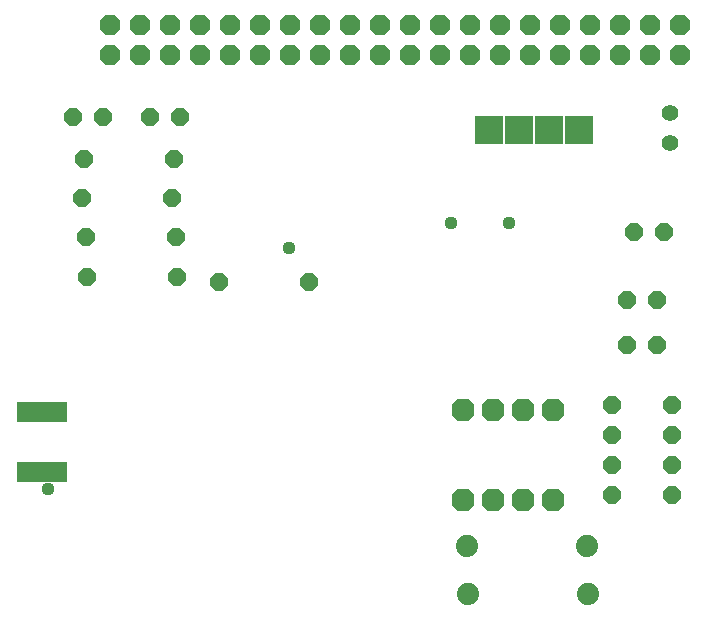
<source format=gbs>
G75*
%MOIN*%
%OFA0B0*%
%FSLAX25Y25*%
%IPPOS*%
%LPD*%
%AMOC8*
5,1,8,0,0,1.08239X$1,22.5*
%
%ADD10R,0.16800X0.06800*%
%ADD11OC8,0.06800*%
%ADD12R,0.09400X0.09400*%
%ADD13OC8,0.06000*%
%ADD14C,0.07400*%
%ADD15OC8,0.07600*%
%ADD16C,0.05556*%
%ADD17C,0.04400*%
D10*
X0011800Y0064635D03*
X0011800Y0084635D03*
D11*
X0034556Y0203375D03*
X0044556Y0203375D03*
X0054556Y0203375D03*
X0064556Y0203375D03*
X0074556Y0203375D03*
X0084556Y0203375D03*
X0094556Y0203375D03*
X0104556Y0203375D03*
X0114556Y0203375D03*
X0124556Y0203375D03*
X0134556Y0203375D03*
X0144556Y0203375D03*
X0154556Y0203375D03*
X0164556Y0203375D03*
X0174556Y0203375D03*
X0184556Y0203375D03*
X0194556Y0203375D03*
X0204556Y0203375D03*
X0214556Y0203375D03*
X0224556Y0203375D03*
X0224556Y0213375D03*
X0214556Y0213375D03*
X0204556Y0213375D03*
X0194556Y0213375D03*
X0184556Y0213375D03*
X0174556Y0213375D03*
X0164556Y0213375D03*
X0154556Y0213375D03*
X0144556Y0213375D03*
X0134556Y0213375D03*
X0124556Y0213375D03*
X0114556Y0213375D03*
X0104556Y0213375D03*
X0094556Y0213375D03*
X0084556Y0213375D03*
X0074556Y0213375D03*
X0064556Y0213375D03*
X0054556Y0213375D03*
X0044556Y0213375D03*
X0034556Y0213375D03*
D12*
X0160855Y0178591D03*
X0170855Y0178591D03*
X0180855Y0178591D03*
X0190855Y0178591D03*
D13*
X0208965Y0144359D03*
X0218965Y0144359D03*
X0216800Y0121800D03*
X0206800Y0121800D03*
X0206800Y0106800D03*
X0216800Y0106800D03*
X0221800Y0086800D03*
X0221800Y0076800D03*
X0221800Y0066800D03*
X0221800Y0056800D03*
X0201800Y0056800D03*
X0201800Y0066800D03*
X0201800Y0076800D03*
X0201800Y0086800D03*
X0100816Y0127824D03*
X0070816Y0127824D03*
X0056721Y0129517D03*
X0056524Y0142745D03*
X0054950Y0155658D03*
X0055737Y0168965D03*
X0057863Y0182902D03*
X0047863Y0182902D03*
X0032036Y0182942D03*
X0022036Y0182942D03*
X0025737Y0168965D03*
X0024950Y0155658D03*
X0026524Y0142745D03*
X0026721Y0129517D03*
D14*
X0153335Y0039950D03*
X0153729Y0023769D03*
X0193729Y0023769D03*
X0193335Y0039950D03*
D15*
X0182036Y0054989D03*
X0172036Y0054989D03*
X0162036Y0054989D03*
X0152036Y0054989D03*
X0152036Y0084989D03*
X0162036Y0084989D03*
X0172036Y0084989D03*
X0182036Y0084989D03*
D16*
X0221131Y0174083D03*
X0221131Y0184083D03*
D17*
X0013800Y0058800D03*
X0094200Y0139200D03*
X0148200Y0147600D03*
X0167400Y0147600D03*
M02*

</source>
